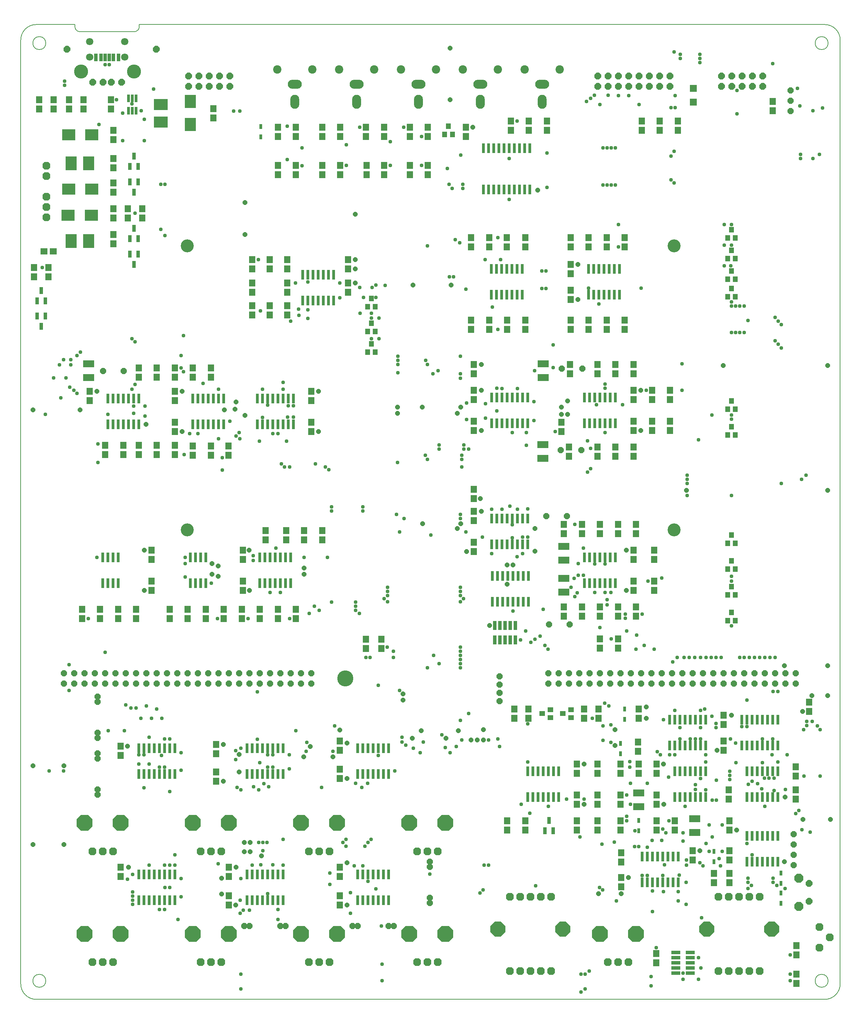
<source format=gbr>
G04 DesignSpark PCB PRO Gerber Version 9.0 Build 5138 *
G04 #@! TF.Part,Single*
G04 #@! TF.FileFunction,Soldermask,Top *
G04 #@! TF.FilePolarity,Negative *
%FSLAX35Y35*%
%MOIN*%
G04 #@! TA.AperFunction,ComponentPad*
%ADD138O,0.08600X0.13600*%
G04 #@! TA.AperFunction,SMDPad,CuDef*
%ADD145R,0.02800X0.04600*%
%ADD141R,0.02960X0.09260*%
%ADD154R,0.03100X0.07600*%
%ADD155R,0.03400X0.07600*%
%ADD140R,0.03600X0.06600*%
%ADD156R,0.03600X0.07600*%
%ADD153R,0.03600X0.08600*%
%ADD157R,0.03800X0.07600*%
%ADD148R,0.04500X0.05800*%
%ADD131R,0.06100X0.06600*%
%ADD135R,0.10600X0.13100*%
%ADD136R,0.10600X0.13200*%
%ADD159R,0.06900X0.06900*%
G04 #@! TD.AperFunction*
%ADD10C,0.00500*%
G04 #@! TA.AperFunction,ViaPad*
%AMT127*0 Octagon Pad at angle 0*4,1,8,-0.00704,-0.01700,0.00704,-0.01700,0.01700,-0.00704,0.01700,0.00704,0.00704,0.01700,-0.00704,0.01700,-0.01700,0.00704,-0.01700,-0.00704,-0.00704,-0.01700,0*%
%ADD127T127*%
%AMT126*0 Octagon Pad at angle 0*4,1,8,-0.00952,-0.02300,0.00952,-0.02300,0.02300,-0.00952,0.02300,0.00952,0.00952,0.02300,-0.00952,0.02300,-0.02300,0.00952,-0.02300,-0.00952,-0.00952,-0.02300,0*%
%ADD126T126*%
G04 #@! TA.AperFunction,ComponentPad*
%AMT147*0 Octagon Pad at angle 0*4,1,8,-0.01200,-0.02900,0.01200,-0.02900,0.02900,-0.01200,0.02900,0.01200,0.01200,0.02900,-0.01200,0.02900,-0.02900,0.01200,-0.02900,-0.01200,-0.01200,-0.02900,0*%
%ADD147T147*%
%AMT16*0 Octagon Pad at angle 0*4,1,8,-0.01242,-0.03000,0.01242,-0.03000,0.03000,-0.01242,0.03000,0.01242,0.01242,0.03000,-0.01242,0.03000,-0.03000,0.01242,-0.03000,-0.01242,-0.01242,-0.03000,0*%
%ADD16T16*%
%ADD137O,0.13600X0.08600*%
G04 #@! TA.AperFunction,SMDPad,CuDef*
%ADD146R,0.08600X0.03600*%
%ADD151R,0.05800X0.04500*%
G04 #@! TA.AperFunction,ComponentPad*
%ADD158C,0.07100*%
%ADD139C,0.08100*%
G04 #@! TA.AperFunction,WasherPad*
%ADD129C,0.12600*%
G04 #@! TA.AperFunction,ComponentPad*
%ADD130C,0.13600*%
G04 #@! TA.AperFunction,SMDPad,CuDef*
%ADD149R,0.06600X0.06100*%
%ADD143R,0.10800X0.06900*%
G04 #@! TA.AperFunction,ViaPad*
%AMT128*0 Octagon Pad at angle 0*4,1,8,-0.01366,-0.03300,0.01366,-0.03300,0.03300,-0.01366,0.03300,0.01366,0.01366,0.03300,-0.01366,0.03300,-0.03300,0.01366,-0.03300,-0.01366,-0.01366,-0.03300,0*%
%ADD128T128*%
G04 #@! TA.AperFunction,SMDPad,CuDef*
%ADD132R,0.13100X0.10600*%
G04 #@! TA.AperFunction,ComponentPad*
%AMT133*0 Octagon Pad at angle 0*4,1,8,-0.01573,-0.03800,0.01573,-0.03800,0.03800,-0.01573,0.03800,0.01573,0.01573,0.03800,-0.01573,0.03800,-0.03800,0.01573,-0.03800,-0.01573,-0.01573,-0.03800,0*%
%ADD133T133*%
G04 #@! TA.AperFunction,SMDPad,CuDef*
%ADD134R,0.13200X0.10600*%
G04 #@! TA.AperFunction,ComponentPad*
%AMT150*0 Octagon Pad at angle 0*4,1,8,-0.01780,-0.04300,0.01780,-0.04300,0.04300,-0.01780,0.04300,0.01780,0.01780,0.04300,-0.01780,0.04300,-0.04300,0.01780,-0.04300,-0.01780,-0.01780,-0.04300,0*%
%ADD150T150*%
%AMT142*0 Octagon Pad at angle 0*4,1,8,-0.03023,-0.07300,0.03023,-0.07300,0.07300,-0.03023,0.07300,0.03023,0.03023,0.07300,-0.03023,0.07300,-0.07300,0.03023,-0.07300,-0.03023,-0.03023,-0.07300,0*%
%ADD142T142*%
%AMT144*0 Octagon Pad at angle 0*4,1,8,-0.03230,-0.07800,0.03230,-0.07800,0.07800,-0.03230,0.07800,0.03230,0.03230,0.07800,-0.03230,0.07800,-0.07800,0.03230,-0.07800,-0.03230,-0.03230,-0.07800,0*%
%ADD144T144*%
%ADD152C,0.15600*%
X0Y0D02*
D02*
D10*
X34750Y34350D02*
G75*
G03Y21750J-6300D01*
G01*
G75*
G03Y34350J6300*
G01*
Y943350D02*
G75*
G03Y930750J-6300D01*
G01*
G75*
G03Y943350J6300*
G01*
X793750Y34350D02*
G75*
G03Y21750J-6300D01*
G01*
G75*
G03Y34350J6300*
G01*
Y943350D02*
G75*
G03Y930750J-6300D01*
G01*
G75*
G03Y943350J6300*
G01*
X811750Y25050D02*
G75*
G02X796750Y10050I-15000D01*
G01*
X31750*
G75*
G02X16750Y25050J15000*
G01*
Y940050*
G75*
G02X31750Y955050I15000*
G01*
X69250*
Y953050*
G75*
G03X74250Y948050I5000*
G01*
X126750*
G75*
G03X131750Y953050J5000*
G01*
Y955050*
X796750*
G75*
G02X811750Y940050J-15000*
G01*
Y25050*
D02*
D16*
X58750Y316050D03*
Y326050D03*
X68750Y316050D03*
Y326050D03*
X78750Y316050D03*
Y326050D03*
X88750Y316050D03*
Y326050D03*
X91250Y208550D03*
Y213550D03*
Y243550D03*
Y248550D03*
Y263550D03*
Y268550D03*
Y298550D03*
Y303550D03*
X96750Y619050D03*
X98750Y316050D03*
Y326050D03*
X108750Y316050D03*
Y326050D03*
X116750Y619050D03*
X118750Y316050D03*
Y326050D03*
X128750Y316050D03*
Y326050D03*
X138750Y316050D03*
Y326050D03*
X148750Y316050D03*
Y326050D03*
X158750Y316050D03*
Y326050D03*
X168750Y316050D03*
Y326050D03*
X178750Y316050D03*
Y326050D03*
X188750Y316050D03*
Y326050D03*
X198750Y316050D03*
Y326050D03*
X208750Y316050D03*
Y326050D03*
X218750Y316050D03*
Y326050D03*
X228750Y316050D03*
Y326050D03*
X233750Y81050D03*
X238750D03*
Y316050D03*
Y326050D03*
X248750Y316050D03*
Y326050D03*
X258750Y316050D03*
Y326050D03*
X268750Y81050D03*
Y316050D03*
Y326050D03*
X273750Y81050D03*
X278750Y316050D03*
Y326050D03*
X288750Y316050D03*
Y326050D03*
X298750Y316050D03*
Y326050D03*
X338750Y81050D03*
X343750D03*
X373750D03*
X378750D03*
X413750Y103550D03*
Y108550D03*
Y138550D03*
Y143550D03*
X526750Y478550D03*
X528750Y316050D03*
Y326050D03*
X529250Y373550D03*
X538750Y316050D03*
Y326050D03*
X540750Y542550D03*
X541750Y621550D03*
X546750Y478550D03*
X548750Y316050D03*
Y326050D03*
X549250Y373550D03*
X558750Y316050D03*
Y326050D03*
X560750Y542550D03*
X561750Y621550D03*
X568750Y316050D03*
Y326050D03*
X578750Y316050D03*
Y326050D03*
X588750Y316050D03*
Y326050D03*
X598750Y316050D03*
Y326050D03*
X608750Y316050D03*
Y326050D03*
X618750Y316050D03*
Y326050D03*
X628750Y316050D03*
Y326050D03*
X638750Y316050D03*
Y326050D03*
X648750Y316050D03*
Y326050D03*
X658750Y316050D03*
Y326050D03*
X668750Y316050D03*
Y326050D03*
X678750Y316050D03*
Y326050D03*
X688750Y316050D03*
Y326050D03*
X698750Y316050D03*
Y326050D03*
X708750Y316050D03*
Y326050D03*
X718750Y316050D03*
Y326050D03*
X728750Y316050D03*
Y326050D03*
X738750Y316050D03*
Y326050D03*
X748750Y316050D03*
Y326050D03*
X758750Y316050D03*
Y326050D03*
X763750Y871050D03*
Y881050D03*
Y891050D03*
X766750Y140050D03*
Y150050D03*
Y160050D03*
Y170050D03*
X768750Y316050D03*
Y326050D03*
D02*
D126*
X28750Y160050D03*
Y236550D03*
Y581550D03*
X58750Y160050D03*
Y236550D03*
X74250Y581550D03*
X90750Y599550D03*
X120250Y255550D03*
X121250Y138050D03*
X136750Y406550D03*
Y445550D03*
X138250Y567550D03*
X173250Y560550D03*
Y599550D03*
X202250Y422050D03*
Y432550D03*
X208250Y420050D03*
Y430050D03*
X211750Y112050D03*
Y127550D03*
X213250Y221550D03*
Y257050D03*
X214250Y581550D03*
X224750Y582050D03*
X225250Y101550D03*
X225750Y138050D03*
Y589050D03*
X228750Y230550D03*
Y247550D03*
X233750Y153050D03*
Y162050D03*
X234250Y576050D03*
Y751550D03*
Y782550D03*
X238250Y445550D03*
X238750Y406550D03*
X239250Y153050D03*
Y162050D03*
X250250Y149050D03*
X291250Y245050D03*
X291750Y422050D03*
Y428050D03*
X297750Y255050D03*
X305750Y560550D03*
Y599550D03*
X319750Y245050D03*
X326250Y271050D03*
X333250Y101550D03*
Y142550D03*
Y224050D03*
Y258550D03*
X341250Y704550D03*
Y718050D03*
Y727050D03*
Y771050D03*
X382250Y578050D03*
Y584050D03*
X387750Y300050D03*
Y306050D03*
X396750Y263050D03*
X397250Y702550D03*
X405250Y270550D03*
X406250Y584050D03*
X406750Y471050D03*
X429250Y263050D03*
X433250Y882050D03*
Y932050D03*
X434250Y702550D03*
X440250Y466550D03*
Y578050D03*
X441250Y270550D03*
X443750Y471050D03*
Y584050D03*
X449250Y444050D03*
X453750Y261550D03*
X455250Y855550D03*
X459750Y261550D03*
X462750Y495550D03*
X463750Y483050D03*
Y561550D03*
Y600550D03*
Y625550D03*
X465750Y261550D03*
Y271550D03*
X471750Y372550D03*
X488750Y412550D03*
Y431050D03*
X494250D03*
X515750Y444550D03*
Y466550D03*
X518250Y794550D03*
X541250Y577050D03*
Y584050D03*
X547250Y577050D03*
Y590050D03*
X557250Y688550D03*
Y722550D03*
X563250Y199050D03*
Y238050D03*
X577250Y112550D03*
X593250Y256050D03*
Y271550D03*
X599250Y112550D03*
X604250Y406550D03*
Y445550D03*
X606250Y128050D03*
X618250Y561550D03*
Y600550D03*
X623750Y282550D03*
Y293550D03*
X640250Y238050D03*
X640750Y199050D03*
X662750Y503550D03*
X675750Y154050D03*
X692250Y251550D03*
X698250Y624550D03*
X706250Y285550D03*
X711250Y174050D03*
X757750Y143550D03*
Y333550D03*
X758250Y206050D03*
X775250Y289050D03*
X775750Y184550D03*
X784250Y304550D03*
X799750D03*
Y333550D03*
Y503550D03*
Y624550D03*
X802250Y184550D03*
D02*
D127*
X37750Y719550D03*
X40750Y577050D03*
X44250Y231550D03*
X48750Y612550D03*
X54250Y625050D03*
X55750Y593050D03*
X58250Y231550D03*
Y630050D03*
X59250Y896050D03*
Y900050D03*
X60750Y612550D03*
X63750Y309550D03*
Y334550D03*
X64250Y603550D03*
X65250Y625050D03*
Y630050D03*
X68250Y600550D03*
X71250Y597550D03*
Y634050D03*
X74750Y637550D03*
X82250Y379050D03*
X90750Y438550D03*
X91750Y530550D03*
Y548550D03*
X92750Y858050D03*
X98750Y346550D03*
Y916050D03*
X101250Y577050D03*
X101750Y270550D03*
X102750Y916050D03*
X109750Y882050D03*
X115750Y842550D03*
Y869050D03*
X117250Y270550D03*
X118750Y295550D03*
X120250Y126550D03*
X123750Y292550D03*
X124750Y601550D03*
Y650550D03*
Y878050D03*
X125250Y102050D03*
Y106050D03*
Y110050D03*
Y114050D03*
Y131050D03*
X126250Y578050D03*
Y585050D03*
X127750Y606050D03*
Y647550D03*
Y772050D03*
X128750Y292550D03*
X131250Y238050D03*
Y247050D03*
X133250Y282550D03*
X133750Y871550D03*
X136250Y215050D03*
Y247050D03*
X136750Y842550D03*
Y863050D03*
X137250Y575550D03*
Y585050D03*
X138750Y294550D03*
X141250Y140050D03*
Y238050D03*
Y264050D03*
X143750Y282550D03*
X145750Y892550D03*
X148750Y291550D03*
X151250Y97050D03*
Y235050D03*
X152750Y756550D03*
Y800050D03*
X153250Y246550D03*
X153750Y282550D03*
X156250Y97050D03*
Y140050D03*
Y235050D03*
Y262550D03*
X156750Y118550D03*
Y750550D03*
Y800050D03*
X161250Y118550D03*
Y140050D03*
Y211550D03*
Y262550D03*
X166250Y140050D03*
Y150050D03*
X169250Y87550D03*
X172250Y109550D03*
Y127050D03*
Y232050D03*
Y249050D03*
Y622050D03*
Y634050D03*
X174750Y618550D03*
Y653550D03*
X175250Y538050D03*
X176250Y419550D03*
Y432550D03*
Y438550D03*
X180750Y558550D03*
X188750D03*
X193750Y607050D03*
X201750Y413550D03*
X207750Y379050D03*
X208250Y141550D03*
X208750Y553550D03*
Y601550D03*
X212250Y523050D03*
Y535050D03*
X219750Y570550D03*
X223250Y871050D03*
X225250Y242550D03*
Y251050D03*
X225750Y556050D03*
X226750Y215550D03*
X228750Y559550D03*
X229250Y553550D03*
Y871050D03*
X229750Y93550D03*
Y106050D03*
X230250Y20050D03*
Y34550D03*
Y127050D03*
Y213050D03*
Y253550D03*
X232750Y96550D03*
X237250Y379050D03*
X238750Y96550D03*
X241250Y140050D03*
X242250Y435550D03*
Y440050D03*
X242750Y216050D03*
X246250Y262050D03*
Y308050D03*
X247250Y727050D03*
X247750Y162050D03*
Y213050D03*
X248250Y551050D03*
X248750Y239550D03*
X249250Y677550D03*
X249750Y140550D03*
X251250Y574050D03*
Y601550D03*
X251750Y154050D03*
Y162050D03*
X252750Y219050D03*
X255750Y162050D03*
X256181Y247050D03*
X256250Y112550D03*
Y235050D03*
Y586050D03*
X257250Y216050D03*
X258750Y404550D03*
X261250Y140550D03*
Y235050D03*
Y247050D03*
Y558550D03*
X264250Y447550D03*
X266250Y87550D03*
Y97050D03*
Y558550D03*
X268750Y404550D03*
X269750Y529050D03*
X271250Y140050D03*
Y165050D03*
Y601550D03*
Y608050D03*
X272750Y526050D03*
X274750Y551050D03*
X275250Y824050D03*
Y856550D03*
X275750Y574550D03*
X276250Y585550D03*
X277250Y233550D03*
Y247050D03*
X277750Y379050D03*
Y526050D03*
X278750Y667550D03*
X281250Y574550D03*
Y585550D03*
X283250Y704550D03*
X283750Y270550D03*
X286250Y679050D03*
X286750Y673050D03*
X289750Y818050D03*
Y835550D03*
X291750Y438550D03*
X293750Y250550D03*
X294250Y259050D03*
X295250Y670050D03*
Y678550D03*
Y705550D03*
X296750Y384050D03*
X301750Y391050D03*
X302750Y529050D03*
X306250Y387050D03*
X308750Y215550D03*
X312250Y526050D03*
X314250Y438550D03*
X315750Y523550D03*
X316750Y121550D03*
Y132550D03*
X318250Y395050D03*
Y483550D03*
Y487550D03*
X319750Y250550D03*
X321250Y275050D03*
X326250Y690050D03*
Y704550D03*
X329250Y162050D03*
X332250Y158550D03*
Y165050D03*
X332750Y818550D03*
Y838550D03*
X336750Y93550D03*
Y113550D03*
X340250Y139550D03*
X341750Y219550D03*
Y387050D03*
Y391050D03*
Y395050D03*
X345250Y384050D03*
X345750Y700050D03*
Y855550D03*
X346010Y675047D03*
X347750Y215550D03*
X348750Y139550D03*
Y483550D03*
Y487550D03*
X349250Y690550D03*
X350750Y158550D03*
X351750Y341550D03*
X353250Y219550D03*
X353750Y124550D03*
Y162050D03*
X355750Y341550D03*
X356750Y165050D03*
X357010Y650544D03*
Y670544D03*
Y675047D03*
X357750Y700050D03*
X361250Y117050D03*
Y690550D03*
Y702550D03*
X363750Y246550D03*
Y314550D03*
X364250Y650544D03*
Y670544D03*
X366750Y81050D03*
X367250Y28050D03*
Y44050D03*
X369250Y398550D03*
X370250Y702050D03*
X372250Y351550D03*
X372750Y395550D03*
Y401550D03*
Y405550D03*
Y409550D03*
X375250Y818550D03*
Y841550D03*
X378250Y341550D03*
Y347550D03*
X379750Y231550D03*
X381250Y480050D03*
X382250Y530550D03*
X382750Y617550D03*
Y625550D03*
Y629550D03*
Y633550D03*
X384250Y309550D03*
Y463050D03*
X386750Y259550D03*
Y264050D03*
X388250Y855550D03*
X388750Y476050D03*
X390250Y256550D03*
X397750Y253550D03*
X404250Y249050D03*
X405750Y818550D03*
Y846550D03*
X407250Y259550D03*
X409250Y537550D03*
X409750Y629550D03*
X411250Y331550D03*
Y533550D03*
Y625550D03*
Y740550D03*
X413750Y131550D03*
X414750Y460050D03*
X416750Y616550D03*
X417250Y343550D03*
X421750Y619550D03*
X422750Y335550D03*
Y543550D03*
Y547550D03*
X425250Y266550D03*
X428750Y254050D03*
X430750Y815550D03*
X432250Y800050D03*
X432750Y710550D03*
X433250Y249050D03*
X435250Y796050D03*
X436750Y710550D03*
X438250Y746550D03*
X439250Y255050D03*
X442750Y743550D03*
X443250Y280550D03*
Y331550D03*
Y335550D03*
Y339550D03*
Y343550D03*
Y347550D03*
Y351550D03*
Y395550D03*
Y401550D03*
Y405550D03*
Y409550D03*
Y476050D03*
Y480050D03*
Y612050D03*
Y616550D03*
Y633550D03*
X443750Y828550D03*
X444750Y261550D03*
Y526050D03*
Y533550D03*
Y537550D03*
X445750Y796050D03*
Y800050D03*
X446250Y398550D03*
X446750Y543550D03*
Y547550D03*
X448750Y463050D03*
Y698550D03*
X449250Y572050D03*
Y588050D03*
X451250Y287050D03*
Y543550D03*
X462250Y113050D03*
X464750Y458050D03*
X465250Y116050D03*
X466250Y140050D03*
X467250Y727050D03*
X467750Y573550D03*
Y587550D03*
X470750Y140050D03*
Y261550D03*
X473750Y442050D03*
Y485050D03*
X474250Y681050D03*
X478750Y580550D03*
Y602550D03*
X479750Y262550D03*
Y659550D03*
Y748550D03*
X481250Y255050D03*
X482250Y727050D03*
X483750Y485050D03*
Y602050D03*
X490750Y785550D03*
Y825050D03*
X491250Y488050D03*
X493750Y457550D03*
Y470050D03*
Y559550D03*
X494250Y386550D03*
X498250Y439050D03*
Y861550D03*
X498750Y485050D03*
Y602050D03*
X501750Y358550D03*
X502250Y199050D03*
X503750Y442050D03*
Y458050D03*
X506750Y367050D03*
X507250Y547050D03*
Y559550D03*
X508750Y240050D03*
Y277050D03*
Y458050D03*
Y485550D03*
X510750Y190550D03*
X511750Y356050D03*
X514750Y571050D03*
Y589550D03*
X515250Y619550D03*
X515750Y359050D03*
X516250Y120050D03*
X520750Y362050D03*
X522250Y699050D03*
Y716050D03*
X523750Y388050D03*
X525250Y353050D03*
X526250Y699050D03*
Y716050D03*
X527250Y797050D03*
Y830550D03*
X528250Y349550D03*
X528750Y197050D03*
X533250Y622550D03*
Y644550D03*
X535250Y560550D03*
X546250Y204050D03*
X550750Y409550D03*
X553750Y418050D03*
X554250Y400550D03*
Y470550D03*
X556750Y404050D03*
X557750Y421050D03*
Y432550D03*
X559250Y167550D03*
X560250Y17050D03*
Y34550D03*
X562750Y421050D03*
Y447550D03*
X563250Y204050D03*
X564250Y20050D03*
Y34550D03*
X565750Y880550D03*
X566750Y521050D03*
Y551550D03*
X567750Y699550D03*
X568250Y37550D03*
X569750Y524550D03*
Y544050D03*
Y883550D03*
X571250Y282550D03*
X573250Y886550D03*
X573750Y404550D03*
Y432050D03*
X575250Y586550D03*
X577750Y684050D03*
X578250Y118550D03*
X578750Y370550D03*
Y877550D03*
X580750Y160550D03*
X581250Y116050D03*
X581750Y261050D03*
Y275050D03*
Y799550D03*
Y835550D03*
X583250Y297050D03*
X583750Y404550D03*
Y432050D03*
Y559550D03*
Y602550D03*
Y606550D03*
X585750Y392550D03*
Y397550D03*
Y799550D03*
Y835550D03*
X586750Y886550D03*
X587250Y294550D03*
X589250Y259050D03*
Y276050D03*
Y404550D03*
X589750Y359550D03*
Y799550D03*
Y835550D03*
X592750Y162550D03*
X593750Y799550D03*
Y835550D03*
X594750Y105550D03*
X596750Y739550D03*
Y761050D03*
Y886050D03*
X600750Y586550D03*
X603250Y379550D03*
Y383550D03*
X604750Y183050D03*
Y187550D03*
Y208050D03*
Y367050D03*
X606750Y886050D03*
X607750Y235050D03*
Y240550D03*
X608250Y199050D03*
Y219550D03*
X612250Y158050D03*
X612750Y173550D03*
X613750Y349550D03*
X614250Y363050D03*
X616250Y158050D03*
X616750Y877550D03*
X618750Y699550D03*
X619750Y130050D03*
Y383550D03*
X621750Y353050D03*
X623750Y600550D03*
X624750Y130050D03*
Y157550D03*
Y219550D03*
X625250Y415550D03*
X628250Y23050D03*
Y32050D03*
X629250Y164050D03*
X629750Y95050D03*
Y115050D03*
X631250Y349550D03*
X633250Y60050D03*
X634250Y250050D03*
X637250Y247050D03*
X638750Y164050D03*
Y418550D03*
X639750Y130050D03*
Y175050D03*
X640250Y114550D03*
Y281050D03*
X641250Y140550D03*
X642750Y171550D03*
X645250Y225550D03*
X645750Y183050D03*
X646250Y247050D03*
X647750Y804550D03*
Y827550D03*
Y874550D03*
X649250Y337050D03*
X650750Y801550D03*
Y832050D03*
Y928550D03*
X651250Y247050D03*
Y290050D03*
X651750Y874550D03*
Y886050D03*
X653750Y341550D03*
X654750Y105550D03*
Y114550D03*
X655750Y130550D03*
X656250Y262550D03*
Y273550D03*
X656750Y922050D03*
Y926050D03*
X658250Y600550D03*
Y626050D03*
X659250Y29550D03*
Y35550D03*
Y163550D03*
Y171550D03*
X660250Y341550D03*
X661250Y197050D03*
X662250Y102050D03*
Y123550D03*
X662750Y140050D03*
Y145050D03*
X663250Y498550D03*
Y510050D03*
Y514050D03*
Y518050D03*
X665250Y341550D03*
X666250Y262550D03*
X670750Y341550D03*
X671250Y213550D03*
Y218050D03*
Y262550D03*
X674250Y29550D03*
Y50550D03*
Y552550D03*
X675750Y142550D03*
Y918050D03*
Y922050D03*
Y926050D03*
X676250Y224050D03*
Y262550D03*
Y273550D03*
Y290050D03*
Y341550D03*
X676750Y40550D03*
X677250Y89050D03*
X678750Y139550D03*
X680250Y291550D03*
X681250Y213050D03*
Y240050D03*
Y247050D03*
X681750Y161050D03*
Y341550D03*
X684750Y153550D03*
Y179050D03*
X686750Y341550D03*
X687250Y284550D03*
Y576550D03*
X687750Y167550D03*
Y203050D03*
X691250Y273550D03*
Y277550D03*
Y341550D03*
X691750Y203050D03*
Y222550D03*
X694250Y146550D03*
X695750Y139550D03*
X696250Y341550D03*
X697250Y153550D03*
Y179050D03*
X699250Y721050D03*
Y741050D03*
Y761050D03*
X704750Y223050D03*
Y227050D03*
Y231050D03*
X705250Y262550D03*
X705750Y721050D03*
X706250Y372050D03*
Y415550D03*
Y420050D03*
Y498550D03*
Y572550D03*
Y576550D03*
Y656550D03*
Y682050D03*
Y686050D03*
Y741050D03*
Y761050D03*
X710250Y258550D03*
Y656550D03*
Y682050D03*
X710750Y239550D03*
X711750Y868550D03*
Y891050D03*
X714250Y341550D03*
Y656550D03*
Y682050D03*
X716250Y274550D03*
X718750Y341550D03*
Y656550D03*
Y682050D03*
X721250Y161050D03*
Y274550D03*
Y300050D03*
X722250Y117550D03*
Y123550D03*
Y127550D03*
Y668050D03*
X722750Y218550D03*
X723750Y341550D03*
X725750Y120550D03*
X726250Y150050D03*
Y221550D03*
X728750Y341550D03*
X731750Y219050D03*
X733750Y341550D03*
X735750Y214050D03*
X736250Y239550D03*
Y262550D03*
X738250Y224550D03*
X738750Y197050D03*
Y341550D03*
X742750Y224550D03*
X743750Y341550D03*
X745750Y247050D03*
X746250Y262550D03*
Y917050D03*
X746750Y123550D03*
Y127550D03*
Y308550D03*
X747750Y212550D03*
Y224550D03*
X748750Y341550D03*
Y648550D03*
Y671050D03*
X750250Y120550D03*
X751250Y240050D03*
Y308550D03*
X751750Y645050D03*
Y667550D03*
X754750Y510050D03*
Y641550D03*
Y664050D03*
X758250Y117550D03*
X758750Y213550D03*
X760250Y247050D03*
X763250Y28050D03*
Y34550D03*
Y53050D03*
X768750Y190050D03*
X770250Y893050D03*
X771750Y193050D03*
X772750Y876050D03*
X773250Y825050D03*
Y829050D03*
X774250Y514050D03*
X774750Y174550D03*
X776250Y271550D03*
X776750Y226550D03*
X778750Y518050D03*
X779250Y275550D03*
Y279550D03*
X782750Y172050D03*
X784750Y279550D03*
X785250Y825050D03*
Y871550D03*
X789750Y275050D03*
X791750Y829050D03*
X792250Y226550D03*
Y271550D03*
X794750Y874050D03*
D02*
D128*
X61750Y931050D03*
X86750Y899050D03*
X96750D03*
X104750D03*
X114750D03*
X148250Y931050D03*
X179750Y895050D03*
Y905050D03*
X189750Y895050D03*
Y905050D03*
X199750Y895050D03*
Y905050D03*
X209750Y895050D03*
Y905050D03*
X219750Y895050D03*
Y905050D03*
X576750Y895050D03*
Y905050D03*
X586750Y895050D03*
Y905050D03*
X596750Y895050D03*
Y905050D03*
X606750Y895050D03*
Y905050D03*
X616750Y895050D03*
Y905050D03*
X626750Y895050D03*
Y905050D03*
X636750Y895050D03*
Y905050D03*
X646750Y895050D03*
Y905050D03*
X696750Y895050D03*
Y905050D03*
X706750Y895050D03*
Y905050D03*
X716750Y895050D03*
Y905050D03*
X726750Y895050D03*
Y905050D03*
X736750Y895050D03*
Y905050D03*
X781750Y105050D03*
Y122550D03*
D02*
D129*
X178250Y465050D03*
Y740550D03*
X650750Y465050D03*
Y740550D03*
D02*
D130*
X75250Y909550D03*
X126750D03*
D02*
D131*
X29750Y710550D03*
Y719550D03*
X34750Y873050D03*
Y882050D03*
X43750Y710550D03*
Y719550D03*
X48750Y873050D03*
Y882050D03*
X63750Y873050D03*
Y882050D03*
X76250Y379050D03*
Y388050D03*
X77750Y873050D03*
Y882050D03*
X83750Y590550D03*
Y599550D03*
X93750Y379050D03*
Y388050D03*
X98750Y538050D03*
Y547050D03*
X104250Y873050D03*
Y882050D03*
X106750Y742550D03*
Y751550D03*
Y767550D03*
Y776550D03*
Y792550D03*
Y801550D03*
Y816050D03*
Y825050D03*
Y843550D03*
Y852550D03*
X111250Y379050D03*
Y388050D03*
X113750Y129050D03*
Y138050D03*
Y246550D03*
Y255550D03*
X116250Y538050D03*
Y547050D03*
X120750Y767550D03*
Y776550D03*
X128750Y379050D03*
Y388050D03*
X131250Y538050D03*
Y547050D03*
Y613050D03*
Y622050D03*
X134750Y767550D03*
Y776550D03*
X143750Y406550D03*
Y415550D03*
Y436550D03*
Y445550D03*
X148750Y538050D03*
Y547050D03*
Y613050D03*
Y622050D03*
X161250Y379050D03*
Y388050D03*
X166250Y538050D03*
Y547050D03*
Y560550D03*
Y569550D03*
Y590550D03*
Y599550D03*
Y613050D03*
Y622050D03*
X178750Y379050D03*
Y388050D03*
X183750Y537550D03*
Y546550D03*
Y613050D03*
Y622050D03*
X196250Y379050D03*
Y388050D03*
X201250Y537550D03*
Y546550D03*
Y613050D03*
Y622050D03*
X203750Y864550D03*
Y873550D03*
X206250Y221550D03*
Y230550D03*
Y248050D03*
Y257050D03*
X213750Y379050D03*
Y388050D03*
X218250Y537550D03*
Y546550D03*
X218750Y101550D03*
Y110550D03*
Y129050D03*
Y138050D03*
X231250Y379050D03*
Y388050D03*
X232250Y406550D03*
Y415550D03*
Y436550D03*
Y445550D03*
X241250Y673550D03*
Y682550D03*
Y695550D03*
Y704550D03*
Y718050D03*
Y727050D03*
X248750Y379050D03*
Y388050D03*
X254250Y455550D03*
Y464550D03*
X258250Y673550D03*
Y682550D03*
Y718050D03*
Y727050D03*
X266250Y379050D03*
Y388050D03*
Y809550D03*
Y818550D03*
Y846550D03*
Y855550D03*
X274250Y455550D03*
Y464550D03*
X275250Y673550D03*
Y682550D03*
Y695550D03*
Y704550D03*
Y718050D03*
Y727050D03*
X283750Y379050D03*
Y388050D03*
Y809550D03*
Y818550D03*
Y846550D03*
Y855550D03*
X291750Y455550D03*
Y464550D03*
X298750Y560550D03*
Y569550D03*
Y590550D03*
Y599550D03*
X309250Y455550D03*
Y464550D03*
Y809550D03*
Y818550D03*
Y846550D03*
Y855550D03*
X326250Y101550D03*
Y110550D03*
Y129050D03*
Y138050D03*
Y224050D03*
Y233050D03*
Y251550D03*
Y260550D03*
X326750Y809550D03*
Y818550D03*
Y846550D03*
Y855550D03*
X334250Y695550D03*
Y704550D03*
Y718050D03*
Y727050D03*
X351750Y350050D03*
Y359050D03*
Y846550D03*
Y855550D03*
X352250Y809550D03*
Y818550D03*
X366750Y350050D03*
Y359050D03*
X369250Y809550D03*
Y818550D03*
Y846550D03*
Y855550D03*
X394250Y809550D03*
Y818550D03*
Y846550D03*
Y855550D03*
X411750Y809550D03*
Y818550D03*
Y846550D03*
Y855550D03*
X448750Y846550D03*
Y855550D03*
X453750Y659550D03*
Y668550D03*
Y739550D03*
Y748550D03*
X456250Y444050D03*
Y453050D03*
Y474050D03*
Y483050D03*
Y495550D03*
Y504550D03*
Y561550D03*
Y570550D03*
Y591550D03*
Y600550D03*
Y616550D03*
Y625550D03*
X471250Y659550D03*
Y668550D03*
Y739550D03*
Y748550D03*
X488250Y739550D03*
Y748550D03*
X488750Y174050D03*
Y183050D03*
Y659550D03*
Y668550D03*
X492250Y852550D03*
Y861550D03*
X495750Y282550D03*
Y291550D03*
X506250Y174050D03*
Y183050D03*
Y659550D03*
Y668550D03*
Y739550D03*
Y748550D03*
X509250Y282550D03*
Y291550D03*
X509750Y852550D03*
Y861550D03*
X527250Y852550D03*
Y861550D03*
X541250Y560550D03*
Y569550D03*
X543750Y381550D03*
Y390550D03*
Y461550D03*
Y470550D03*
X548750Y536550D03*
Y545550D03*
X549750Y616550D03*
Y625550D03*
X550250Y659550D03*
Y668550D03*
Y688550D03*
Y697550D03*
Y713550D03*
Y722550D03*
Y739550D03*
Y748550D03*
X556250Y174050D03*
Y183050D03*
Y199050D03*
Y208050D03*
Y229050D03*
Y238050D03*
X561250Y381550D03*
Y390550D03*
Y461550D03*
Y470550D03*
X563250Y282550D03*
Y291550D03*
X567750Y659550D03*
Y668550D03*
Y739550D03*
Y748550D03*
X576250Y174050D03*
Y183050D03*
Y199050D03*
Y208050D03*
Y229050D03*
Y238050D03*
Y536550D03*
Y545550D03*
Y616550D03*
Y625550D03*
X577250Y282550D03*
Y291550D03*
X578750Y350550D03*
Y359550D03*
Y381550D03*
Y390550D03*
Y461550D03*
Y470550D03*
X585250Y659550D03*
Y668550D03*
Y739550D03*
Y748550D03*
X593750Y536550D03*
Y545550D03*
Y616550D03*
Y625550D03*
X596250Y350550D03*
Y359550D03*
Y381550D03*
Y390550D03*
Y461550D03*
Y470550D03*
X598750Y174050D03*
Y183050D03*
Y199050D03*
Y208050D03*
Y229050D03*
Y238050D03*
X599250Y119050D03*
Y128050D03*
Y143050D03*
Y152050D03*
X602750Y659550D03*
Y668550D03*
Y739550D03*
Y748550D03*
X611250Y406550D03*
Y415550D03*
Y436550D03*
Y445550D03*
Y536550D03*
Y545550D03*
Y561550D03*
Y570550D03*
Y591550D03*
Y600550D03*
Y616550D03*
Y625550D03*
X613750Y381550D03*
Y390550D03*
Y461550D03*
Y470550D03*
X615750Y250550D03*
Y259550D03*
X616250Y229050D03*
Y238050D03*
Y282550D03*
Y291550D03*
X619250Y852550D03*
Y861550D03*
X629250Y561550D03*
Y570550D03*
Y591550D03*
Y600550D03*
X631250Y406550D03*
Y415550D03*
Y436550D03*
Y445550D03*
X633250Y45550D03*
Y54550D03*
X633750Y174050D03*
Y183050D03*
Y199050D03*
Y208050D03*
Y229050D03*
Y238050D03*
X636750Y852550D03*
Y861550D03*
X646750Y561550D03*
Y570550D03*
Y591550D03*
Y600550D03*
X651250Y174050D03*
Y183050D03*
X654250Y852550D03*
Y861550D03*
X668750Y145050D03*
Y154050D03*
X689250Y123050D03*
Y132050D03*
X698750Y251550D03*
Y260550D03*
Y276550D03*
Y285550D03*
X703750Y204050D03*
Y213050D03*
X704250Y123050D03*
Y132050D03*
Y145050D03*
Y154050D03*
Y174050D03*
Y183050D03*
X746250Y871550D03*
Y880550D03*
X768750Y204050D03*
Y213050D03*
Y226550D03*
Y235550D03*
X769250Y25550D03*
Y34550D03*
Y53050D03*
Y62050D03*
X781750Y289050D03*
Y298050D03*
D02*
D132*
X62750Y770050D03*
X63250Y795550D03*
Y848050D03*
X85250Y770050D03*
X85750Y795550D03*
Y848050D03*
D02*
D133*
X41750Y768050D03*
Y778050D03*
Y788050D03*
Y808050D03*
Y818050D03*
X86250Y46050D03*
Y153550D03*
X96250Y46050D03*
Y153550D03*
X106250Y46050D03*
Y153550D03*
X191250Y46050D03*
Y153550D03*
X201250Y46050D03*
Y153550D03*
X211250Y46050D03*
Y153550D03*
X296250Y46050D03*
Y153550D03*
X306250Y46050D03*
Y153550D03*
X316250Y46050D03*
Y153550D03*
X401250Y46050D03*
Y153550D03*
X411250Y46050D03*
Y153550D03*
X421250Y46050D03*
Y153550D03*
X491250Y37550D03*
Y109550D03*
X501250Y37550D03*
Y109550D03*
X511250Y37550D03*
Y109550D03*
X521250Y37550D03*
Y109550D03*
X531250Y37550D03*
Y109550D03*
X586250Y46050D03*
X596250D03*
X606250D03*
X693750Y37550D03*
Y109550D03*
X703750Y37550D03*
Y109550D03*
X713750Y37550D03*
Y109550D03*
X723750Y37550D03*
Y109550D03*
X733750Y37550D03*
Y109550D03*
X791750Y60050D03*
Y80050D03*
X801750Y70050D03*
D02*
D134*
X152750Y860550D03*
Y877550D03*
D02*
D135*
X181250Y858050D03*
Y880550D03*
D02*
D136*
X65750Y745050D03*
Y820550D03*
X82750Y745050D03*
Y820550D03*
D02*
D137*
X282750Y897050D03*
X342750D03*
X402750D03*
X462750D03*
X522750D03*
D02*
D138*
X282750Y880050D03*
X342750D03*
X402750D03*
X462750D03*
X522750D03*
D02*
D139*
X265750Y911550D03*
X299750D03*
X325750D03*
X359750D03*
X385750D03*
X419750D03*
X445750D03*
X479750D03*
X505750D03*
X539750D03*
D02*
D140*
X32750Y672550D03*
Y687050D03*
X36750Y662550D03*
Y697050D03*
X40750Y672550D03*
Y687050D03*
X122750Y732550D03*
Y747550D03*
Y802550D03*
Y817550D03*
X126750Y722550D03*
Y757550D03*
Y792550D03*
Y827550D03*
X130750Y732550D03*
Y747550D03*
Y802550D03*
Y817550D03*
X525250Y173550D03*
X529250Y183550D03*
X533250Y173550D03*
D02*
D141*
X96250Y413550D03*
Y438550D03*
X101250Y413550D03*
Y438550D03*
Y567550D03*
Y592550D03*
X106250Y413550D03*
Y438550D03*
Y567550D03*
Y592550D03*
X111250Y413550D03*
Y438550D03*
Y567550D03*
Y592550D03*
X116250Y567550D03*
Y592550D03*
X121250Y567550D03*
Y592550D03*
X126250Y567550D03*
Y592550D03*
X131250Y106050D03*
Y131050D03*
Y228550D03*
Y253550D03*
Y567550D03*
Y592550D03*
X136250Y106050D03*
Y131050D03*
Y228550D03*
Y253550D03*
X141250Y106050D03*
Y131050D03*
Y228550D03*
Y253550D03*
X146250Y106050D03*
Y131050D03*
Y228550D03*
Y253550D03*
X151250Y106050D03*
Y131050D03*
Y228550D03*
Y253550D03*
X156250Y106050D03*
Y131050D03*
Y228550D03*
Y253550D03*
X161250Y106050D03*
Y131050D03*
Y228550D03*
Y253550D03*
X166250Y106050D03*
Y131050D03*
Y228550D03*
Y253550D03*
X181250Y413550D03*
Y438550D03*
X183750Y567550D03*
Y592550D03*
X186250Y413550D03*
Y438550D03*
X188750Y567550D03*
Y592550D03*
X191250Y413550D03*
Y438550D03*
X193750Y567550D03*
Y592550D03*
X196250Y413550D03*
Y438550D03*
X198750Y567550D03*
Y592550D03*
X203750Y567550D03*
Y592550D03*
X208750Y567550D03*
Y592550D03*
X213750Y567550D03*
Y592550D03*
X236250Y106050D03*
Y131050D03*
Y228550D03*
Y253550D03*
X241250Y106050D03*
Y131050D03*
Y228550D03*
Y253550D03*
X246250Y106050D03*
Y131050D03*
Y228550D03*
Y253550D03*
Y567550D03*
Y592550D03*
X248750Y413550D03*
Y438550D03*
X251250Y106050D03*
Y131050D03*
Y228550D03*
Y253550D03*
Y567550D03*
Y592550D03*
X253750Y413550D03*
Y438550D03*
X256250Y106050D03*
Y131050D03*
Y228550D03*
Y253550D03*
Y567550D03*
Y592550D03*
X258750Y413550D03*
Y438550D03*
X261250Y106050D03*
Y131050D03*
Y228550D03*
Y253550D03*
Y567550D03*
Y592550D03*
X263750Y413550D03*
Y438550D03*
X266250Y106050D03*
Y131050D03*
Y228550D03*
Y253550D03*
Y567550D03*
Y592550D03*
X268750Y413550D03*
Y438550D03*
X271250Y106050D03*
Y131050D03*
Y228550D03*
Y253550D03*
Y567550D03*
Y592550D03*
X273750Y413550D03*
Y438550D03*
X276250Y567550D03*
Y592550D03*
X278750Y413550D03*
Y438550D03*
X281250Y567550D03*
Y592550D03*
X290250Y687550D03*
Y712550D03*
X295250Y687550D03*
Y712550D03*
X300250Y687550D03*
Y712550D03*
X305250Y687550D03*
Y712550D03*
X310250Y687550D03*
Y712550D03*
X315250Y687550D03*
Y712550D03*
X320250Y687550D03*
Y712550D03*
X343750Y106050D03*
Y131050D03*
Y228550D03*
Y253550D03*
X348750Y106050D03*
Y131050D03*
Y228550D03*
Y253550D03*
X353750Y106050D03*
Y131050D03*
Y228550D03*
Y253550D03*
X358750Y106050D03*
Y131050D03*
Y228550D03*
Y253550D03*
X363750Y106050D03*
Y131050D03*
Y228550D03*
Y253550D03*
X368750Y106050D03*
Y131050D03*
Y228550D03*
Y253550D03*
X373750Y106050D03*
Y131050D03*
Y228550D03*
Y253550D03*
X465750Y795050D03*
Y835050D03*
X470750Y795050D03*
Y835050D03*
X473250Y693050D03*
Y718050D03*
X473750Y451050D03*
Y476050D03*
Y568550D03*
Y593550D03*
X474250Y395550D03*
Y420550D03*
X475750Y795050D03*
Y835050D03*
X478250Y693050D03*
Y718050D03*
X478750Y451050D03*
Y476050D03*
Y568550D03*
Y593550D03*
X479250Y395550D03*
Y420550D03*
X480750Y795050D03*
Y835050D03*
X483250Y693050D03*
Y718050D03*
X483750Y451050D03*
Y476050D03*
Y568550D03*
Y593550D03*
X484250Y395550D03*
Y420550D03*
X485750Y795050D03*
Y835050D03*
X488250Y693050D03*
Y718050D03*
X488750Y451050D03*
Y476050D03*
Y568550D03*
Y593550D03*
X489250Y395550D03*
Y420550D03*
X490750Y795050D03*
Y835050D03*
X493250Y693050D03*
Y718050D03*
X493750Y451050D03*
Y476050D03*
Y568550D03*
Y593550D03*
X494250Y395550D03*
Y420550D03*
X495750Y795050D03*
Y835050D03*
X498250Y693050D03*
Y718050D03*
X498750Y451050D03*
Y476050D03*
Y568550D03*
Y593550D03*
X499250Y395550D03*
Y420550D03*
X500750Y795050D03*
Y835050D03*
X503250Y693050D03*
Y718050D03*
X503750Y451050D03*
Y476050D03*
Y568550D03*
Y593550D03*
X504250Y395550D03*
Y420550D03*
X505750Y795050D03*
Y835050D03*
X508750Y206050D03*
Y231050D03*
Y451050D03*
Y476050D03*
Y568550D03*
Y593550D03*
X509250Y395550D03*
Y420550D03*
X510750Y795050D03*
Y835050D03*
X513750Y206050D03*
Y231050D03*
X518750Y206050D03*
Y231050D03*
X523750Y206050D03*
Y231050D03*
X528750Y206050D03*
Y231050D03*
X533750Y206050D03*
Y231050D03*
X538750Y206050D03*
Y231050D03*
X563750Y413550D03*
Y438550D03*
Y568550D03*
Y593550D03*
X567750Y693050D03*
Y718050D03*
X568750Y413550D03*
Y438550D03*
Y568550D03*
Y593550D03*
X572750Y693050D03*
Y718050D03*
X573750Y413550D03*
Y438550D03*
Y568550D03*
Y593550D03*
X577750Y693050D03*
Y718050D03*
X578750Y413550D03*
Y438550D03*
Y568550D03*
Y593550D03*
X582750Y693050D03*
Y718050D03*
X583750Y413550D03*
Y438550D03*
Y568550D03*
Y593550D03*
X587750Y693050D03*
Y718050D03*
X588750Y413550D03*
Y438550D03*
Y568550D03*
Y593550D03*
X592750Y693050D03*
Y718050D03*
X593750Y413550D03*
Y438550D03*
Y568550D03*
Y593550D03*
X597750Y693050D03*
Y718050D03*
X619750Y123550D03*
Y148550D03*
X624750Y123550D03*
Y148550D03*
X629750Y123550D03*
Y148550D03*
X634750Y123550D03*
Y148550D03*
X639750Y123550D03*
Y148550D03*
X644750Y123550D03*
Y148550D03*
X646250Y256050D03*
Y281050D03*
X649750Y123550D03*
Y148550D03*
X651250Y206050D03*
Y231050D03*
Y256050D03*
Y281050D03*
X654750Y123550D03*
Y148550D03*
X656250Y206050D03*
Y231050D03*
Y256050D03*
Y281050D03*
X661250Y206050D03*
Y231050D03*
Y256050D03*
Y281050D03*
X666250Y206050D03*
Y231050D03*
Y256050D03*
Y281050D03*
X671250Y206050D03*
Y231050D03*
Y256050D03*
Y281050D03*
X676250Y206050D03*
Y231050D03*
Y256050D03*
Y281050D03*
X681250Y206050D03*
Y231050D03*
Y256050D03*
Y281050D03*
X716250Y256050D03*
Y281050D03*
X721250Y143550D03*
Y168550D03*
Y206050D03*
Y231050D03*
Y256050D03*
Y281050D03*
X726250Y143550D03*
Y168550D03*
Y206050D03*
Y231050D03*
Y256050D03*
Y281050D03*
X731250Y143550D03*
Y168550D03*
Y206050D03*
Y231050D03*
Y256050D03*
Y281050D03*
X736250Y143550D03*
Y168550D03*
Y206050D03*
Y231050D03*
Y256050D03*
Y281050D03*
X741250Y143550D03*
Y168550D03*
Y206050D03*
Y231050D03*
Y256050D03*
Y281050D03*
X746250Y143550D03*
Y168550D03*
Y206050D03*
Y231050D03*
Y256050D03*
Y281050D03*
X751250Y143550D03*
Y168550D03*
Y206050D03*
Y231050D03*
Y256050D03*
Y281050D03*
D02*
D142*
X479750Y78050D03*
X542750D03*
X682250D03*
X745250D03*
D02*
D143*
X82750Y612850D03*
Y626250D03*
X523250Y534350D03*
Y547750D03*
X523750Y612850D03*
Y626250D03*
X543750Y404850D03*
Y418250D03*
Y435850D03*
Y449250D03*
X616250Y196850D03*
Y210250D03*
X670750Y171850D03*
Y185250D03*
D02*
D144*
X78750Y73550D03*
Y181050D03*
X113750Y73550D03*
Y181050D03*
X183750Y73550D03*
Y181050D03*
X218750Y73550D03*
Y181050D03*
X288750Y73550D03*
Y181050D03*
X323750Y73550D03*
Y181050D03*
X393750Y73550D03*
Y181050D03*
X428750Y73550D03*
Y181050D03*
X578750Y73550D03*
X613750D03*
D02*
D145*
X249750Y846050D03*
Y856050D03*
X598750Y248050D03*
Y258050D03*
X602750Y281550D03*
Y291550D03*
X616250Y173550D03*
Y183550D03*
X689250Y143550D03*
Y153550D03*
X754250Y103050D03*
Y113050D03*
Y122550D03*
Y132550D03*
D02*
D146*
X652250Y35550D03*
Y40550D03*
Y45550D03*
Y50550D03*
Y55550D03*
X666250Y35550D03*
Y40550D03*
Y45550D03*
Y50550D03*
Y55550D03*
D02*
D147*
X481250Y299050D03*
Y307050D03*
Y315050D03*
Y323050D03*
D02*
D148*
X353270Y637550D03*
Y657550D03*
Y681550D03*
X357010Y645544D03*
Y665544D03*
Y689544D03*
X360750Y637550D03*
Y657550D03*
Y681550D03*
X428010Y848553D03*
X431750Y856547D03*
X435490Y848553D03*
X702510Y377053D03*
Y402053D03*
Y427053D03*
Y452053D03*
Y557053D03*
Y582053D03*
Y691053D03*
Y708053D03*
Y728053D03*
Y748053D03*
X706250Y385047D03*
Y410047D03*
Y435047D03*
Y460047D03*
Y565047D03*
Y590047D03*
Y699047D03*
Y716047D03*
Y736047D03*
Y756047D03*
X709990Y377053D03*
Y402053D03*
Y427053D03*
Y452053D03*
Y557053D03*
Y582053D03*
Y691053D03*
Y708053D03*
Y728053D03*
Y748053D03*
D02*
D149*
X39250Y735050D03*
X48250D03*
D02*
D150*
X771750Y100050D03*
Y127550D03*
D02*
D151*
X522753Y287050D03*
X530747Y283310D03*
Y290790D03*
X542753Y287050D03*
X550747Y283310D03*
Y290790D03*
D02*
D152*
X331750Y321050D03*
D02*
D153*
X476750Y358550D03*
Y372550D03*
X481750Y358550D03*
Y372550D03*
X486750Y358550D03*
Y372550D03*
X491750Y358550D03*
Y372550D03*
X496750Y358550D03*
Y372550D03*
D02*
D154*
X121250Y871550D03*
X121270Y883550D03*
X124990Y871550D03*
X125010Y883550D03*
X128750Y871550D03*
Y883550D03*
D02*
D155*
X98750Y923050D03*
X102750D03*
D02*
D156*
X94750D03*
X106750D03*
D02*
D157*
X89750D03*
X111750D03*
D02*
D158*
X83750Y923550D03*
Y938550D03*
X117750Y923550D03*
Y938550D03*
D02*
D159*
X669250Y879850D03*
Y893250D03*
X0Y0D02*
M02*

</source>
